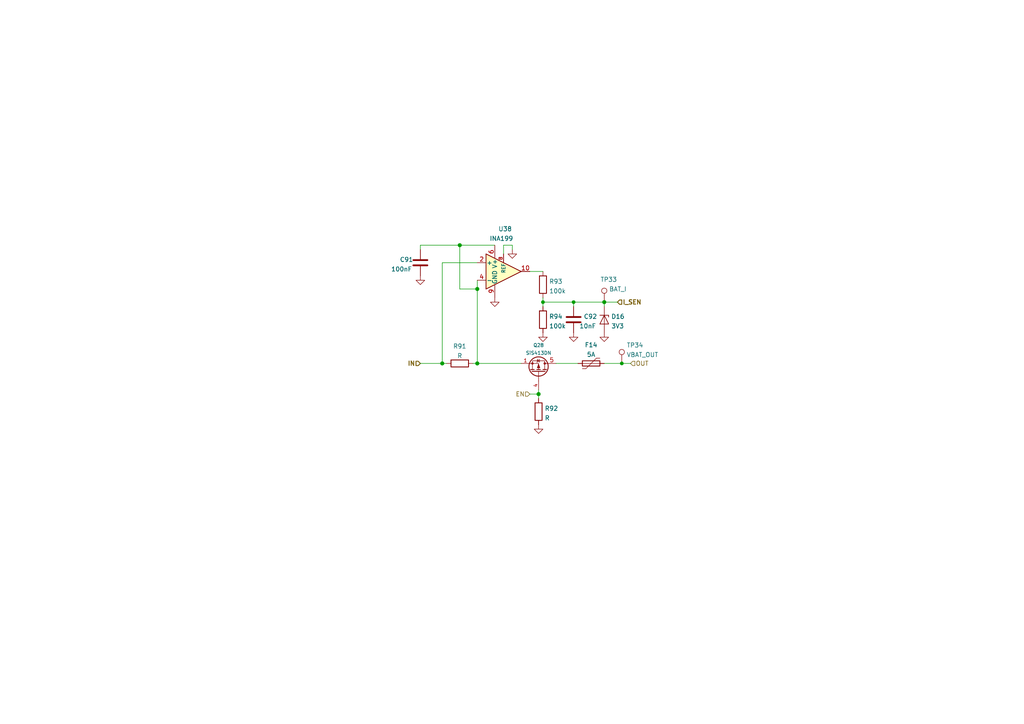
<source format=kicad_sch>
(kicad_sch (version 20210621) (generator eeschema)
  (paper "A4")
  (title_block (title "BUTCube - EPS") (date "2021-06-01") (rev "v1.0") (company "VUT - FIT(STRaDe) & FME(IAE & IPE)") (comment 1 "Author: Petr Malaník"))
  (lib_symbols
    (symbol "Connector:TestPoint" (pin_numbers hide) (pin_names (offset 0.762) hide)
      (property "Reference" "TP" (at 0 6.858 0))
      (property "Value" "TestPoint" (at 0 5.08 0))
      (symbol "TestPoint_0_1"
        (circle (center 0 3.302) (radius 0.762))
      )
      (symbol "TestPoint_1_1"
        (pin passive line (at 0 0 90) (length 2.54) (name "1") (number "1"))
      )
    )
    (symbol "Device:C" (pin_numbers hide) (pin_names (offset 0.254))
      (property "Reference" "C" (at 0.635 2.54 0))
      (property "Value" "C" (at 0.635 -2.54 0))
      (symbol "C_0_1"
        (polyline (pts (xy -2.032 -0.762) (xy 2.032 -0.762)) (stroke (width 0.508)))
        (polyline (pts (xy -2.032 0.762) (xy 2.032 0.762)) (stroke (width 0.508)))
      )
      (symbol "C_1_1"
        (pin passive line (at 0 3.81 270) (length 2.794) (name "~") (number "1"))
        (pin passive line (at 0 -3.81 90) (length 2.794) (name "~") (number "2"))
      )
    )
    (symbol "Device:D_Zener" (pin_numbers hide) (pin_names (offset 1.016) hide)
      (property "Reference" "D" (at 0 2.54 0))
      (property "Value" "D_Zener" (at 0 -2.54 0))
      (symbol "D_Zener_0_1"
        (polyline (pts (xy 1.27 0) (xy -1.27 0)))
        (polyline (pts (xy -1.27 -1.27) (xy -1.27 1.27) (xy -0.762 1.27)) (stroke (width 0.2032)))
        (polyline (pts (xy 1.27 -1.27) (xy 1.27 1.27) (xy -1.27 0) (xy 1.27 -1.27)) (stroke (width 0.2032)))
      )
      (symbol "D_Zener_1_1"
        (pin passive line (at -3.81 0 0) (length 2.54) (name "K") (number "1"))
        (pin passive line (at 3.81 0 180) (length 2.54) (name "A") (number "2"))
      )
    )
    (symbol "Device:Polyfuse" (pin_numbers hide) (pin_names (offset 0))
      (property "Reference" "F" (at -2.54 0 90))
      (property "Value" "Polyfuse" (at 2.54 0 90))
      (symbol "Polyfuse_0_1"
        (rectangle (start -0.762 2.54) (end 0.762 -2.54) (stroke (width 0.254)))
        (polyline (pts (xy 0 2.54) (xy 0 -2.54)))
        (polyline (pts (xy -1.524 2.54) (xy -1.524 1.524) (xy 1.524 -1.524) (xy 1.524 -2.54)))
      )
      (symbol "Polyfuse_1_1"
        (pin passive line (at 0 3.81 270) (length 1.27) (name "~") (number "1"))
        (pin passive line (at 0 -3.81 90) (length 1.27) (name "~") (number "2"))
      )
    )
    (symbol "Device:R" (pin_numbers hide) (pin_names (offset 0))
      (property "Reference" "R" (at 2.032 0 90))
      (property "Value" "R" (at 0 0 90))
      (symbol "R_0_1"
        (rectangle (start -1.016 -2.54) (end 1.016 2.54) (stroke (width 0.254)))
      )
      (symbol "R_1_1"
        (pin passive line (at 0 3.81 270) (length 1.27) (name "~") (number "1"))
        (pin passive line (at 0 -3.81 90) (length 1.27) (name "~") (number "2"))
      )
    )
    (symbol "TCY_power_management:INA199" (pin_names (offset 0.127))
      (property "Reference" "U" (at 3.81 3.81 0))
      (property "Value" "INA199" (at 3.81 -3.81 0))
      (symbol "INA199_0_1"
        (polyline (pts (xy 5.08 0) (xy -5.08 5.08) (xy -5.08 -5.08) (xy 5.08 0)) (stroke (width 0.254)) (fill (type background)))
      )
      (symbol "INA199_1_1"
        (pin output line (at 7.62 0 180) (length 2.54) (name "~") (number "10"))
        (pin input line (at -7.62 2.54 0) (length 2.54) (name "+") (number "2"))
        (pin input line (at -7.62 2.54 0) (length 2.54) hide (name "+") (number "3"))
        (pin input line (at -7.62 -2.54 0) (length 2.54) (name "-") (number "4"))
        (pin input line (at -7.62 -2.54 0) (length 2.54) hide (name "-") (number "5"))
        (pin power_in line (at -2.54 7.62 270) (length 3.81) (name "V+") (number "6"))
        (pin input line (at 0 5.08 270) (length 2.54) (name "REF") (number "8"))
        (pin power_in line (at -2.54 -7.62 90) (length 3.81) (name "GND") (number "9"))
      )
    )
    (symbol "TCY_transistors:SiS413DN" (pin_names hide)
      (property "Reference" "Q" (at 8.89 2.54 0))
      (property "Value" "SiS413DN" (at 8.89 0 0))
      (symbol "SiS413DN_0_1"
        (circle (center -0.889 0) (radius 2.794) (stroke (width 0.254)))
        (circle (center 0 -1.778) (radius 0.254) (fill (type outline)))
        (circle (center 0 1.778) (radius 0.254) (fill (type outline)))
        (polyline (pts (xy -2.286 0) (xy -5.08 0)))
        (polyline (pts (xy -2.286 1.905) (xy -2.286 -1.905)) (stroke (width 0.254)))
        (polyline (pts (xy -1.778 -1.27) (xy -1.778 -2.286)) (stroke (width 0.254)))
        (polyline (pts (xy -1.778 0.508) (xy -1.778 -0.508)) (stroke (width 0.254)))
        (polyline (pts (xy -1.778 2.286) (xy -1.778 1.27)) (stroke (width 0.254)))
        (polyline (pts (xy 0 2.54) (xy 0 1.778)))
        (polyline (pts (xy 0 -2.54) (xy 0 0) (xy -1.778 0)))
        (polyline (pts (xy -1.778 1.778) (xy 0.762 1.778) (xy 0.762 -1.778) (xy -1.778 -1.778)))
        (polyline (pts (xy 0.254 -0.508) (xy 0.381 -0.381) (xy 1.143 -0.381) (xy 1.27 -0.254)))
        (polyline (pts (xy 0.762 -0.381) (xy 0.381 0.254) (xy 1.143 0.254) (xy 0.762 -0.381)))
        (polyline (pts (xy -0.254 0) (xy -1.27 0.381) (xy -1.27 -0.381) (xy -0.254 0)) (fill (type outline)))
      )
      (symbol "SiS413DN_1_1"
        (pin passive line (at 0 -5.08 90) (length 2.54) (name "S") (number "1"))
        (pin passive line (at 0 -5.08 90) (length 2.54) hide (name "S") (number "2"))
        (pin passive line (at 0 -5.08 90) (length 2.54) hide (name "S") (number "3"))
        (pin passive line (at -7.62 0 0) (length 2.54) (name "G") (number "4"))
        (pin passive line (at 0 5.08 270) (length 2.54) (name "D") (number "5"))
        (pin passive line (at 0 5.08 270) (length 2.54) hide (name "D") (number "6"))
        (pin passive line (at 0 5.08 270) (length 2.54) hide (name "D") (number "7"))
        (pin passive line (at 0 5.08 270) (length 2.54) hide (name "D") (number "8"))
        (pin passive line (at 0 5.08 270) (length 2.54) hide (name "D") (number "9"))
      )
    )
    (symbol "power:GND" (power) (pin_names (offset 0))
      (property "Value" "GND" (at 0 -3.81 0))
      (symbol "GND_0_1"
        (polyline (pts (xy 0 0) (xy 0 -1.27) (xy 1.27 -1.27) (xy 0 -2.54) (xy -1.27 -1.27) (xy 0 -1.27)))
      )
      (symbol "GND_1_1"
        (pin power_in line (at 0 0 270) (length 0) hide (name "GND") (number "1"))
      )
    )
  )
  (junction (at 128.27 105.41) (diameter 1.016))
  (junction (at 133.35 71.12) (diameter 1.016))
  (junction (at 138.43 83.82) (diameter 1.016))
  (junction (at 138.43 105.41) (diameter 1.016))
  (junction (at 156.21 114.3) (diameter 1.016))
  (junction (at 157.48 87.63) (diameter 0.9144))
  (junction (at 166.37 87.63) (diameter 0.9144))
  (junction (at 175.26 87.63) (diameter 1.016))
  (junction (at 180.34 105.41) (diameter 0.9144))
  (wire (pts (xy 121.92 71.12) (xy 121.92 72.39)))
  (wire (pts (xy 121.92 71.12) (xy 133.35 71.12)))
  (wire (pts (xy 121.92 105.41) (xy 128.27 105.41)))
  (wire (pts (xy 128.27 76.2) (xy 128.27 105.41)))
  (wire (pts (xy 128.27 76.2) (xy 138.43 76.2)))
  (wire (pts (xy 128.27 105.41) (xy 129.54 105.41)))
  (wire (pts (xy 133.35 71.12) (xy 143.51 71.12)))
  (wire (pts (xy 133.35 83.82) (xy 133.35 71.12)))
  (wire (pts (xy 137.16 105.41) (xy 138.43 105.41)))
  (wire (pts (xy 138.43 81.28) (xy 138.43 83.82)))
  (wire (pts (xy 138.43 83.82) (xy 133.35 83.82)))
  (wire (pts (xy 138.43 83.82) (xy 138.43 105.41)))
  (wire (pts (xy 138.43 105.41) (xy 151.13 105.41)))
  (wire (pts (xy 146.05 71.12) (xy 146.05 73.66)))
  (wire (pts (xy 148.59 71.12) (xy 146.05 71.12)))
  (wire (pts (xy 148.59 72.39) (xy 148.59 71.12)))
  (wire (pts (xy 153.67 78.74) (xy 157.48 78.74)))
  (wire (pts (xy 153.67 114.3) (xy 156.21 114.3)))
  (wire (pts (xy 156.21 114.3) (xy 156.21 113.03)))
  (wire (pts (xy 156.21 114.3) (xy 156.21 115.57)))
  (wire (pts (xy 157.48 86.36) (xy 157.48 87.63)))
  (wire (pts (xy 157.48 87.63) (xy 157.48 88.9)))
  (wire (pts (xy 157.48 87.63) (xy 166.37 87.63)))
  (wire (pts (xy 161.29 105.41) (xy 167.64 105.41)))
  (wire (pts (xy 166.37 87.63) (xy 166.37 88.9)))
  (wire (pts (xy 166.37 87.63) (xy 175.26 87.63)))
  (wire (pts (xy 175.26 87.63) (xy 179.07 87.63)))
  (wire (pts (xy 175.26 88.9) (xy 175.26 87.63)))
  (wire (pts (xy 175.26 105.41) (xy 180.34 105.41)))
  (wire (pts (xy 180.34 105.41) (xy 182.88 105.41)))
  (hierarchical_label "IN" (shape input) (at 121.92 105.41 180) (effects (font (thickness 0.254))))
  (hierarchical_label "EN" (shape input) (at 153.67 114.3 180))
  (hierarchical_label "I_SEN" (shape input) (at 179.07 87.63 0) (effects (font (thickness 0.254))))
  (hierarchical_label "OUT" (shape input) (at 182.88 105.41 0))
  (symbol (lib_id "Connector:TestPoint") (at 175.26 87.63 0)
    (property "Reference" "TP33" (at 174.1171 81.07 0) (effects (justify left)))
    (property "Value" "BAT_I" (at 176.6571 83.8451 0) (effects (justify left)))
  )
  (symbol (lib_id "Connector:TestPoint") (at 180.34 105.41 0)
    (property "Reference" "TP34" (at 181.7371 100.12 0) (effects (justify left)))
    (property "Value" "VBAT_OUT" (at 181.7371 102.8951 0) (effects (justify left)))
  )
  (symbol (lib_id "power:GND") (at 121.92 80.01 0)
    (property "Reference" "#PWR0194" (effects hide))
    (property "Value" "GND" (effects hide))
  )
  (symbol (lib_id "power:GND") (at 143.51 86.36 0)
    (property "Reference" "#PWR0195" (effects hide))
    (property "Value" "GND" (effects hide))
  )
  (symbol (lib_id "power:GND") (at 148.59 72.39 0)
    (property "Reference" "#PWR0196" (effects hide))
    (property "Value" "GND" (effects hide))
  )
  (symbol (lib_id "power:GND") (at 156.21 123.19 0)
    (property "Reference" "#PWR0197" (effects hide))
    (property "Value" "GND" (effects hide))
  )
  (symbol (lib_id "power:GND") (at 157.48 96.52 0)
    (property "Reference" "#PWR0198" (effects hide))
    (property "Value" "GND" (effects hide))
  )
  (symbol (lib_id "power:GND") (at 166.37 96.52 0)
    (property "Reference" "#PWR0199" (effects hide))
    (property "Value" "GND" (effects hide))
  )
  (symbol (lib_id "power:GND") (at 175.26 96.52 0)
    (property "Reference" "#PWR0200" (effects hide))
    (property "Value" "GND" (effects hide))
  )
  (symbol (lib_id "Device:R") (at 133.35 105.41 90)
    (property "Reference" "R91" (at 133.35 100.4274 90))
    (property "Value" "R" (at 133.35 103.2025 90))
  )
  (symbol (lib_id "Device:R") (at 156.21 119.38 0)
    (property "Reference" "R92" (at 157.9881 118.4715 0) (effects (justify left)))
    (property "Value" "R" (at 157.9881 121.2466 0) (effects (justify left)))
  )
  (symbol (lib_id "Device:R") (at 157.48 82.55 180)
    (property "Reference" "R93" (at 159.2581 81.6415 0) (effects (justify right)))
    (property "Value" "100k" (at 159.2581 84.4166 0) (effects (justify right)))
  )
  (symbol (lib_id "Device:R") (at 157.48 92.71 180)
    (property "Reference" "R94" (at 159.2581 91.8015 0) (effects (justify right)))
    (property "Value" "100k" (at 159.2581 94.5766 0) (effects (justify right)))
  )
  (symbol (lib_id "Device:D_Zener") (at 175.26 92.71 270)
    (property "Reference" "D16" (at 177.2667 91.8015 90) (effects (justify left)))
    (property "Value" "3V3" (at 177.2667 94.5766 90) (effects (justify left)))
  )
  (symbol (lib_id "Device:Polyfuse") (at 171.45 105.41 90)
    (property "Reference" "F14" (at 171.45 100.0464 90))
    (property "Value" "5A" (at 171.45 102.8215 90))
  )
  (symbol (lib_id "Device:C") (at 121.92 76.2 0)
    (property "Reference" "C91" (at 115.9511 75.2915 0) (effects (justify left)))
    (property "Value" "100nF" (at 113.4111 78.0666 0) (effects (justify left)))
  )
  (symbol (lib_id "Device:C") (at 166.37 92.71 0)
    (property "Reference" "C92" (at 169.2911 91.8015 0) (effects (justify left)))
    (property "Value" "10nF" (at 168.0211 94.5766 0) (effects (justify left)))
  )
  (symbol (lib_id "TCY_transistors:SiS413DN") (at 156.21 105.41 270) (mirror x)
    (property "Reference" "Q28" (at 156.21 100.1388 90) (effects (font (size 1 1))))
    (property "Value" "SiS413DN" (at 156.21 102.3778 90) (effects (font (size 1 1))))
    (property "Footprint" "Package_SO:Vishay_PowerPAK_1212-8_Single" (effects hide))
    (property "Datasheet" "https://www.vishay.com/docs/63262/sis413dn.pdf" (effects hide))
  )
  (symbol (lib_id "TCY_power_management:INA199") (at 146.05 78.74 0)
    (property "Reference" "U38" (at 144.5261 66.4015 0) (effects (justify left)))
    (property "Value" "INA199" (at 141.9861 69.1766 0) (effects (justify left)))
    (property "Footprint" "Package_DFN_QFN:UQFN-10_1.4x1.8mm_P0.4mm" (effects hide))
    (property "Datasheet" "https://www.ti.com/lit/ds/symlink/ina199.pdf" (effects hide))
  )
)
</source>
